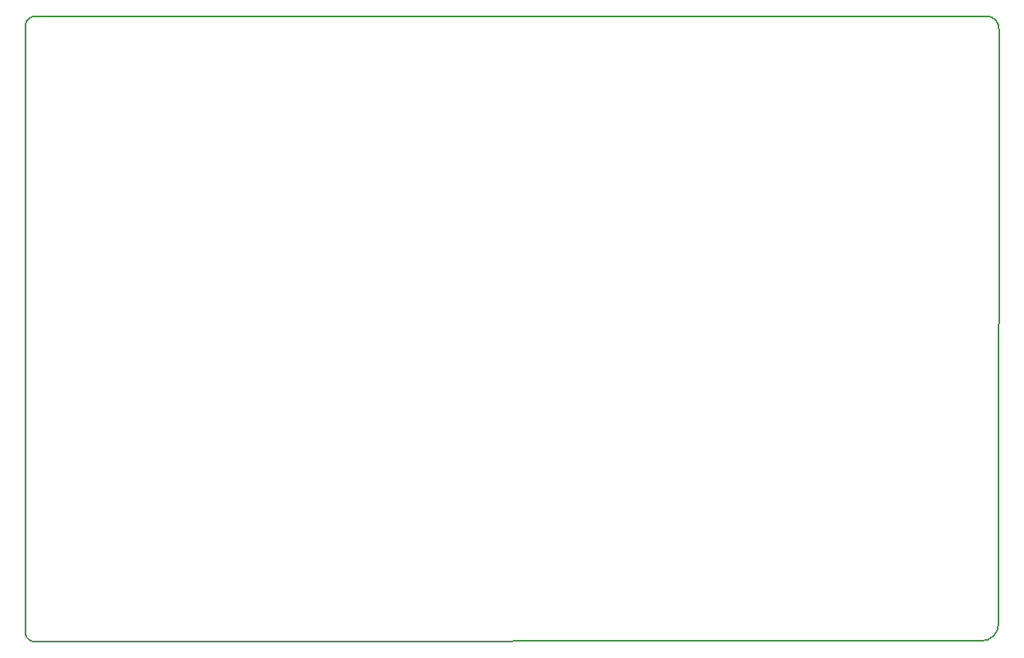
<source format=gbr>
G04 #@! TF.GenerationSoftware,KiCad,Pcbnew,8.0.5*
G04 #@! TF.CreationDate,2024-11-20T16:26:23+01:00*
G04 #@! TF.ProjectId,p2,70322e6b-6963-4616-945f-706362585858,rev?*
G04 #@! TF.SameCoordinates,Original*
G04 #@! TF.FileFunction,Profile,NP*
%FSLAX46Y46*%
G04 Gerber Fmt 4.6, Leading zero omitted, Abs format (unit mm)*
G04 Created by KiCad (PCBNEW 8.0.5) date 2024-11-20 16:26:23*
%MOMM*%
%LPD*%
G01*
G04 APERTURE LIST*
G04 #@! TA.AperFunction,Profile*
%ADD10C,0.150000*%
G04 #@! TD*
G04 APERTURE END LIST*
D10*
X111254234Y-100661325D02*
X111278437Y-38081017D01*
X211423624Y-38560986D02*
X211379000Y-99619000D01*
X210283256Y-37170408D02*
G75*
G02*
X211423625Y-38560986I-184130J-1313878D01*
G01*
X211379035Y-99618998D02*
G75*
G02*
X209607521Y-101491714I-1757735J-111502D01*
G01*
X209607521Y-101491729D02*
X112523157Y-101519326D01*
X112463832Y-37201304D02*
X210283256Y-37170408D01*
X112523157Y-101519326D02*
G75*
G02*
X111254297Y-100661320I-294357J931919D01*
G01*
X111278437Y-38081017D02*
G75*
G02*
X112463832Y-37201304I1016068J-130626D01*
G01*
M02*

</source>
